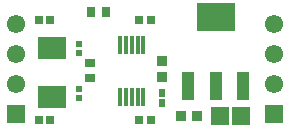
<source format=gbr>
%TF.GenerationSoftware,Altium Limited,Altium Designer,19.1.7 (138)*%
G04 Layer_Color=255*
%FSLAX26Y26*%
%MOIN*%
%TF.FileFunction,Pads,Bot*%
%TF.Part,Single*%
G01*
G75*
%TA.AperFunction,SMDPad,CuDef*%
%ADD14R,0.024409X0.025984*%
%TA.AperFunction,ComponentPad*%
%ADD21C,0.061024*%
%ADD22R,0.061024X0.061024*%
%TA.AperFunction,SMDPad,CuDef*%
%ADD24R,0.027559X0.033465*%
%ADD25R,0.029921X0.028346*%
%ADD26R,0.033465X0.027559*%
%ADD27R,0.020472X0.022047*%
%ADD28R,0.037402X0.033465*%
%ADD29R,0.033465X0.037402*%
%ADD30R,0.061024X0.061024*%
%ADD31R,0.013000X0.059000*%
%ADD32R,0.094488X0.074803*%
%TA.AperFunction,ConnectorPad*%
%ADD33R,0.039370X0.094488*%
%ADD34R,0.129921X0.094488*%
D14*
X1555000Y1147323D02*
D03*
Y1112677D02*
D03*
D21*
X1070000Y1175000D02*
D03*
X1930000D02*
D03*
Y1275000D02*
D03*
Y1375000D02*
D03*
X1070000Y1275000D02*
D03*
Y1375000D02*
D03*
D22*
X1930000Y1075000D02*
D03*
X1070000D02*
D03*
D24*
X1320000Y1415394D02*
D03*
X1369213D02*
D03*
D25*
X1519291Y1390000D02*
D03*
X1480709D02*
D03*
X1184291D02*
D03*
X1145709D02*
D03*
X1480709Y1055000D02*
D03*
X1519291D02*
D03*
X1145709D02*
D03*
X1184291D02*
D03*
D26*
X1315000Y1244606D02*
D03*
Y1195394D02*
D03*
D27*
X1280000Y1129646D02*
D03*
Y1160354D02*
D03*
Y1310354D02*
D03*
Y1279646D02*
D03*
D28*
X1555000Y1198425D02*
D03*
Y1251575D02*
D03*
D29*
X1618425Y1070000D02*
D03*
X1671575D02*
D03*
D30*
X1821417D02*
D03*
X1748583D02*
D03*
D31*
X1494000Y1134000D02*
D03*
X1475000D02*
D03*
X1455000D02*
D03*
X1435000D02*
D03*
X1416000D02*
D03*
Y1306000D02*
D03*
X1435000D02*
D03*
X1455000D02*
D03*
X1475000D02*
D03*
X1494000D02*
D03*
D32*
X1190000Y1134291D02*
D03*
Y1295709D02*
D03*
D33*
X1825551Y1170000D02*
D03*
X1735000D02*
D03*
X1644449D02*
D03*
D34*
X1735000Y1398347D02*
D03*
%TF.MD5,a6fe0359893fa45051644df390b562b6*%
M02*

</source>
